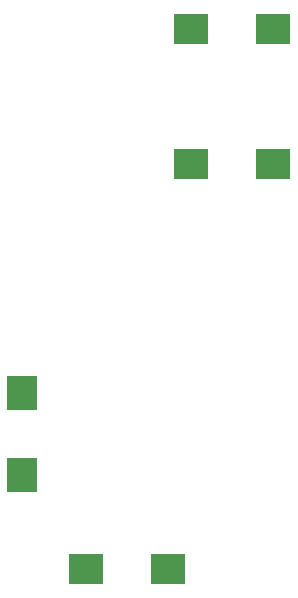
<source format=gbr>
G04 EAGLE Gerber RS-274X export*
G75*
%MOMM*%
%FSLAX34Y34*%
%LPD*%
%INSolderpaste Top*%
%IPPOS*%
%AMOC8*
5,1,8,0,0,1.08239X$1,22.5*%
G01*
%ADD10R,3.000000X2.500000*%
%ADD11R,2.500000X3.000000*%


D10*
X187400Y76200D03*
X117400Y76200D03*
X206300Y419100D03*
X276300Y419100D03*
D11*
X63500Y155500D03*
X63500Y225500D03*
D10*
X206300Y533400D03*
X276300Y533400D03*
M02*

</source>
